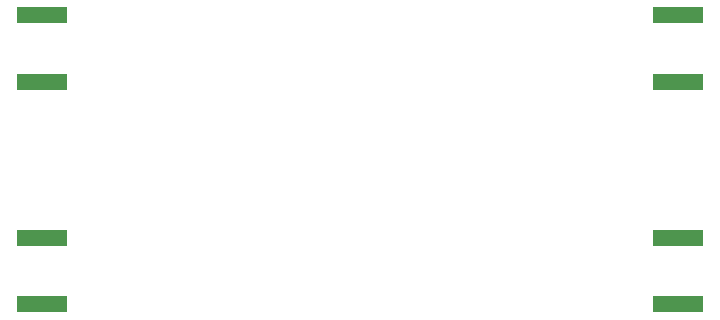
<source format=gbr>
%TF.GenerationSoftware,KiCad,Pcbnew,7.0.11-7.0.11~ubuntu22.04.1*%
%TF.CreationDate,2024-11-23T22:03:05+01:00*%
%TF.ProjectId,analog-amplifier,616e616c-6f67-42d6-916d-706c69666965,rev?*%
%TF.SameCoordinates,Original*%
%TF.FileFunction,Paste,Bot*%
%TF.FilePolarity,Positive*%
%FSLAX46Y46*%
G04 Gerber Fmt 4.6, Leading zero omitted, Abs format (unit mm)*
G04 Created by KiCad (PCBNEW 7.0.11-7.0.11~ubuntu22.04.1) date 2024-11-23 22:03:05*
%MOMM*%
%LPD*%
G01*
G04 APERTURE LIST*
%ADD10R,4.200000X1.350000*%
G04 APERTURE END LIST*
D10*
%TO.C,J1*%
X98700000Y-76175000D03*
X98700000Y-81825000D03*
%TD*%
%TO.C,J2*%
X98720000Y-95010000D03*
X98720000Y-100660000D03*
%TD*%
%TO.C,J4*%
X152567500Y-100660000D03*
X152567500Y-95010000D03*
%TD*%
%TO.C,J3*%
X152557500Y-81825000D03*
X152557500Y-76175000D03*
%TD*%
M02*

</source>
